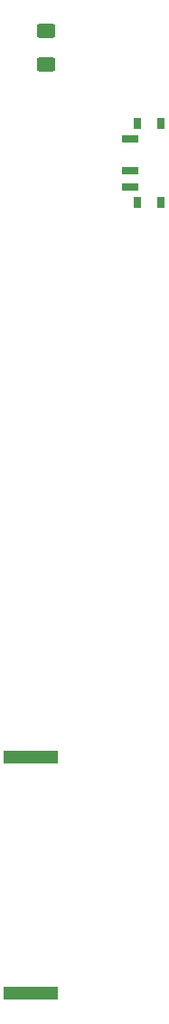
<source format=gbp>
%TF.GenerationSoftware,KiCad,Pcbnew,(7.0.0-0)*%
%TF.CreationDate,2023-07-17T23:39:08-05:00*%
%TF.ProjectId,speaker-SAO,73706561-6b65-4722-9d53-414f2e6b6963,rev?*%
%TF.SameCoordinates,Original*%
%TF.FileFunction,Paste,Bot*%
%TF.FilePolarity,Positive*%
%FSLAX46Y46*%
G04 Gerber Fmt 4.6, Leading zero omitted, Abs format (unit mm)*
G04 Created by KiCad (PCBNEW (7.0.0-0)) date 2023-07-17 23:39:08*
%MOMM*%
%LPD*%
G01*
G04 APERTURE LIST*
G04 Aperture macros list*
%AMRoundRect*
0 Rectangle with rounded corners*
0 $1 Rounding radius*
0 $2 $3 $4 $5 $6 $7 $8 $9 X,Y pos of 4 corners*
0 Add a 4 corners polygon primitive as box body*
4,1,4,$2,$3,$4,$5,$6,$7,$8,$9,$2,$3,0*
0 Add four circle primitives for the rounded corners*
1,1,$1+$1,$2,$3*
1,1,$1+$1,$4,$5*
1,1,$1+$1,$6,$7*
1,1,$1+$1,$8,$9*
0 Add four rect primitives between the rounded corners*
20,1,$1+$1,$2,$3,$4,$5,0*
20,1,$1+$1,$4,$5,$6,$7,0*
20,1,$1+$1,$6,$7,$8,$9,0*
20,1,$1+$1,$8,$9,$2,$3,0*%
G04 Aperture macros list end*
%ADD10RoundRect,0.250000X-0.625000X0.400000X-0.625000X-0.400000X0.625000X-0.400000X0.625000X0.400000X0*%
%ADD11R,5.080000X1.270000*%
%ADD12R,0.800000X1.000000*%
%ADD13R,1.500000X0.700000*%
G04 APERTURE END LIST*
D10*
X54000000Y-65500000D03*
X54000000Y-68600000D03*
D11*
X52577999Y-155192999D03*
X52577999Y-133222999D03*
D12*
X64699999Y-74149999D03*
X62489999Y-74149999D03*
X64699999Y-81449999D03*
X62489999Y-81449999D03*
D13*
X61839999Y-75549999D03*
X61839999Y-78549999D03*
X61839999Y-80049999D03*
M02*

</source>
